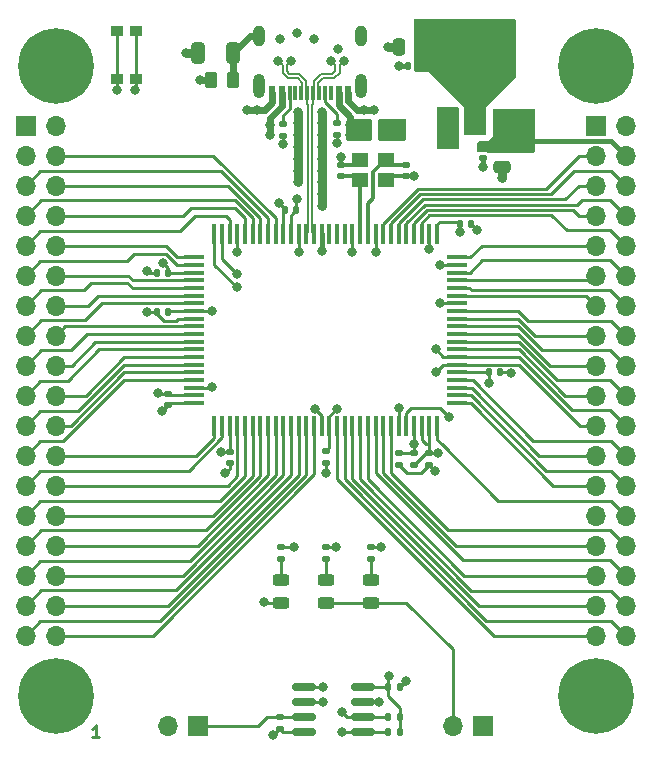
<source format=gbr>
%TF.GenerationSoftware,KiCad,Pcbnew,6.0.11-2627ca5db0~126~ubuntu20.04.1*%
%TF.CreationDate,2023-02-28T18:41:23+07:00*%
%TF.ProjectId,CY7C68013A-100,43593743-3638-4303-9133-412d3130302e,rev?*%
%TF.SameCoordinates,Original*%
%TF.FileFunction,Copper,L1,Top*%
%TF.FilePolarity,Positive*%
%FSLAX46Y46*%
G04 Gerber Fmt 4.6, Leading zero omitted, Abs format (unit mm)*
G04 Created by KiCad (PCBNEW 6.0.11-2627ca5db0~126~ubuntu20.04.1) date 2023-02-28 18:41:23*
%MOMM*%
%LPD*%
G01*
G04 APERTURE LIST*
G04 Aperture macros list*
%AMRoundRect*
0 Rectangle with rounded corners*
0 $1 Rounding radius*
0 $2 $3 $4 $5 $6 $7 $8 $9 X,Y pos of 4 corners*
0 Add a 4 corners polygon primitive as box body*
4,1,4,$2,$3,$4,$5,$6,$7,$8,$9,$2,$3,0*
0 Add four circle primitives for the rounded corners*
1,1,$1+$1,$2,$3*
1,1,$1+$1,$4,$5*
1,1,$1+$1,$6,$7*
1,1,$1+$1,$8,$9*
0 Add four rect primitives between the rounded corners*
20,1,$1+$1,$2,$3,$4,$5,0*
20,1,$1+$1,$4,$5,$6,$7,0*
20,1,$1+$1,$6,$7,$8,$9,0*
20,1,$1+$1,$8,$9,$2,$3,0*%
G04 Aperture macros list end*
%ADD10C,0.250000*%
%TA.AperFunction,NonConductor*%
%ADD11C,0.250000*%
%TD*%
%TA.AperFunction,SMDPad,CuDef*%
%ADD12RoundRect,0.243750X0.456250X-0.243750X0.456250X0.243750X-0.456250X0.243750X-0.456250X-0.243750X0*%
%TD*%
%TA.AperFunction,ComponentPad*%
%ADD13R,1.700000X1.700000*%
%TD*%
%TA.AperFunction,ComponentPad*%
%ADD14O,1.700000X1.700000*%
%TD*%
%TA.AperFunction,SMDPad,CuDef*%
%ADD15RoundRect,0.135000X-0.185000X0.135000X-0.185000X-0.135000X0.185000X-0.135000X0.185000X0.135000X0*%
%TD*%
%TA.AperFunction,ComponentPad*%
%ADD16C,0.800000*%
%TD*%
%TA.AperFunction,ComponentPad*%
%ADD17C,6.400000*%
%TD*%
%TA.AperFunction,SMDPad,CuDef*%
%ADD18RoundRect,0.135000X0.185000X-0.135000X0.185000X0.135000X-0.185000X0.135000X-0.185000X-0.135000X0*%
%TD*%
%TA.AperFunction,SMDPad,CuDef*%
%ADD19R,1.500000X2.000000*%
%TD*%
%TA.AperFunction,SMDPad,CuDef*%
%ADD20R,3.800000X2.000000*%
%TD*%
%TA.AperFunction,SMDPad,CuDef*%
%ADD21RoundRect,0.140000X0.140000X0.170000X-0.140000X0.170000X-0.140000X-0.170000X0.140000X-0.170000X0*%
%TD*%
%TA.AperFunction,SMDPad,CuDef*%
%ADD22R,1.000000X0.900000*%
%TD*%
%TA.AperFunction,SMDPad,CuDef*%
%ADD23R,0.600000X1.240000*%
%TD*%
%TA.AperFunction,SMDPad,CuDef*%
%ADD24R,0.300000X1.240000*%
%TD*%
%TA.AperFunction,ComponentPad*%
%ADD25O,1.000000X2.100000*%
%TD*%
%TA.AperFunction,ComponentPad*%
%ADD26O,1.000000X1.800000*%
%TD*%
%TA.AperFunction,SMDPad,CuDef*%
%ADD27RoundRect,0.250000X-0.475000X0.250000X-0.475000X-0.250000X0.475000X-0.250000X0.475000X0.250000X0*%
%TD*%
%TA.AperFunction,SMDPad,CuDef*%
%ADD28RoundRect,0.140000X-0.170000X0.140000X-0.170000X-0.140000X0.170000X-0.140000X0.170000X0.140000X0*%
%TD*%
%TA.AperFunction,SMDPad,CuDef*%
%ADD29RoundRect,0.250000X0.325000X0.650000X-0.325000X0.650000X-0.325000X-0.650000X0.325000X-0.650000X0*%
%TD*%
%TA.AperFunction,SMDPad,CuDef*%
%ADD30RoundRect,0.140000X-0.140000X-0.170000X0.140000X-0.170000X0.140000X0.170000X-0.140000X0.170000X0*%
%TD*%
%TA.AperFunction,SMDPad,CuDef*%
%ADD31RoundRect,0.135000X0.135000X0.185000X-0.135000X0.185000X-0.135000X-0.185000X0.135000X-0.185000X0*%
%TD*%
%TA.AperFunction,SMDPad,CuDef*%
%ADD32RoundRect,0.243750X0.243750X0.456250X-0.243750X0.456250X-0.243750X-0.456250X0.243750X-0.456250X0*%
%TD*%
%TA.AperFunction,SMDPad,CuDef*%
%ADD33RoundRect,0.250000X0.250000X0.475000X-0.250000X0.475000X-0.250000X-0.475000X0.250000X-0.475000X0*%
%TD*%
%TA.AperFunction,SMDPad,CuDef*%
%ADD34R,1.400000X1.200000*%
%TD*%
%TA.AperFunction,SMDPad,CuDef*%
%ADD35RoundRect,0.150000X-0.825000X-0.150000X0.825000X-0.150000X0.825000X0.150000X-0.825000X0.150000X0*%
%TD*%
%TA.AperFunction,SMDPad,CuDef*%
%ADD36RoundRect,0.250000X0.262500X0.450000X-0.262500X0.450000X-0.262500X-0.450000X0.262500X-0.450000X0*%
%TD*%
%TA.AperFunction,SMDPad,CuDef*%
%ADD37RoundRect,0.100000X-0.100000X0.775000X-0.100000X-0.775000X0.100000X-0.775000X0.100000X0.775000X0*%
%TD*%
%TA.AperFunction,SMDPad,CuDef*%
%ADD38RoundRect,0.100000X-0.775000X0.100000X-0.775000X-0.100000X0.775000X-0.100000X0.775000X0.100000X0*%
%TD*%
%TA.AperFunction,ViaPad*%
%ADD39C,0.800000*%
%TD*%
%TA.AperFunction,Conductor*%
%ADD40C,0.400000*%
%TD*%
%TA.AperFunction,Conductor*%
%ADD41C,0.250000*%
%TD*%
%TA.AperFunction,Conductor*%
%ADD42C,0.800000*%
%TD*%
%TA.AperFunction,Conductor*%
%ADD43C,0.600000*%
%TD*%
%TA.AperFunction,Conductor*%
%ADD44C,0.300000*%
%TD*%
%TA.AperFunction,Conductor*%
%ADD45C,0.150000*%
%TD*%
G04 APERTURE END LIST*
D10*
D11*
X117074914Y-131973580D02*
X116503485Y-131973580D01*
X116789200Y-131973580D02*
X116789200Y-130973580D01*
X116693961Y-131116438D01*
X116598723Y-131211676D01*
X116503485Y-131259295D01*
D12*
%TO.P,D3,1,K*%
%TO.N,Net-(D2-Pad1)*%
X140106400Y-120596900D03*
%TO.P,D3,2,A*%
%TO.N,Net-(D3-Pad2)*%
X140106400Y-118721900D03*
%TD*%
D13*
%TO.P,J3,1,Pin_1*%
%TO.N,GND*%
X149563932Y-131013200D03*
D14*
%TO.P,J3,2,Pin_2*%
%TO.N,Net-(D2-Pad1)*%
X147023932Y-131013200D03*
%TD*%
D15*
%TO.P,R1,1*%
%TO.N,/USB-Power/RST*%
X143720600Y-107920000D03*
%TO.P,R1,2*%
%TO.N,+3V3*%
X143720600Y-108940000D03*
%TD*%
D16*
%TO.P,H1,1,1*%
%TO.N,GND*%
X110980600Y-128468200D03*
X115780600Y-128468200D03*
X115077656Y-130165256D03*
D17*
X113380600Y-128468200D03*
D16*
X111683544Y-130165256D03*
X113380600Y-130868200D03*
X113380600Y-126068200D03*
X115077656Y-126771144D03*
X111683544Y-126771144D03*
%TD*%
D18*
%TO.P,R9,1*%
%TO.N,Net-(D3-Pad2)*%
X140106400Y-116918200D03*
%TO.P,R9,2*%
%TO.N,/GPIO/PE1*%
X140106400Y-115898200D03*
%TD*%
%TO.P,R10,1*%
%TO.N,GND*%
X132675000Y-81060000D03*
%TO.P,R10,2*%
%TO.N,Net-(J5-PadB5)*%
X132675000Y-80040000D03*
%TD*%
D12*
%TO.P,D1,1,K*%
%TO.N,GND*%
X132435600Y-120596900D03*
%TO.P,D1,2,A*%
%TO.N,Net-(D1-Pad2)*%
X132435600Y-118721900D03*
%TD*%
D19*
%TO.P,U3,1,GND*%
%TO.N,GND*%
X146594800Y-79832600D03*
D20*
%TO.P,U3,2,VO*%
%TO.N,+3V3*%
X148894800Y-73532600D03*
D19*
X148894800Y-79832600D03*
%TO.P,U3,3,VI*%
%TO.N,VBUS*%
X151194800Y-79832600D03*
%TD*%
D21*
%TO.P,C17,1*%
%TO.N,+3V3*%
X144170400Y-75158600D03*
%TO.P,C17,2*%
%TO.N,GND*%
X143210400Y-75158600D03*
%TD*%
D22*
%TO.P,SW1,1,1*%
%TO.N,/USB-Power/RST*%
X120154600Y-72194200D03*
X120154600Y-76294200D03*
%TO.P,SW1,2,2*%
%TO.N,GND*%
X118554600Y-72194200D03*
X118554600Y-76294200D03*
%TD*%
D23*
%TO.P,J5,A1,GND*%
%TO.N,GND*%
X138145600Y-77465000D03*
%TO.P,J5,A4,VBUS*%
%TO.N,/USB-Power/VUSB*%
X137345600Y-77465000D03*
D24*
%TO.P,J5,A5,CC1*%
%TO.N,Net-(J5-PadA5)*%
X136195600Y-77465000D03*
%TO.P,J5,A6,D+*%
%TO.N,/USB-Power/D+*%
X135195600Y-77465000D03*
%TO.P,J5,A7,D-*%
%TO.N,/USB-Power/D-*%
X134695600Y-77465000D03*
%TO.P,J5,A8,SBU1*%
%TO.N,unconnected-(J5-PadA8)*%
X133695600Y-77465000D03*
D23*
%TO.P,J5,A9,VBUS*%
%TO.N,/USB-Power/VUSB*%
X132545600Y-77465000D03*
%TO.P,J5,A12,GND*%
%TO.N,GND*%
X131745600Y-77465000D03*
%TO.P,J5,B1,GND*%
X131745600Y-77465000D03*
%TO.P,J5,B4,VBUS*%
%TO.N,/USB-Power/VUSB*%
X132545600Y-77465000D03*
D24*
%TO.P,J5,B5,CC2*%
%TO.N,Net-(J5-PadB5)*%
X133195600Y-77465000D03*
%TO.P,J5,B6,D+*%
%TO.N,/USB-Power/D+*%
X134195600Y-77465000D03*
%TO.P,J5,B7,D-*%
%TO.N,/USB-Power/D-*%
X135695600Y-77465000D03*
%TO.P,J5,B8,SBU2*%
%TO.N,unconnected-(J5-PadB8)*%
X136695600Y-77465000D03*
D23*
%TO.P,J5,B9,VBUS*%
%TO.N,/USB-Power/VUSB*%
X137345600Y-77465000D03*
%TO.P,J5,B12,GND*%
%TO.N,GND*%
X138145600Y-77465000D03*
D25*
%TO.P,J5,S1,SHIELD*%
%TO.N,/USB-Power/SHIELD*%
X130625600Y-76865000D03*
D26*
X130625600Y-72665000D03*
X139265600Y-72665000D03*
D25*
X139265600Y-76865000D03*
%TD*%
D18*
%TO.P,R7,1*%
%TO.N,GND*%
X137200000Y-81035000D03*
%TO.P,R7,2*%
%TO.N,Net-(J5-PadA5)*%
X137200000Y-80015000D03*
%TD*%
D27*
%TO.P,C15,1*%
%TO.N,VBUS*%
X151180800Y-81803200D03*
%TO.P,C15,2*%
%TO.N,GND*%
X151180800Y-83703200D03*
%TD*%
D28*
%TO.P,C6,1*%
%TO.N,+3V3*%
X136245600Y-107797400D03*
%TO.P,C6,2*%
%TO.N,GND*%
X136245600Y-108757400D03*
%TD*%
D15*
%TO.P,R6,1*%
%TO.N,+3V3*%
X132435600Y-115872800D03*
%TO.P,R6,2*%
%TO.N,Net-(D1-Pad2)*%
X132435600Y-116892800D03*
%TD*%
D21*
%TO.P,C11,1*%
%TO.N,+3V3*%
X122936000Y-92656400D03*
%TO.P,C11,2*%
%TO.N,GND*%
X121976000Y-92656400D03*
%TD*%
D29*
%TO.P,C5,1*%
%TO.N,/USB-Power/SHIELD*%
X128375000Y-74100000D03*
%TO.P,C5,2*%
%TO.N,GND*%
X125425000Y-74100000D03*
%TD*%
D30*
%TO.P,C12,1*%
%TO.N,+3V3*%
X147602000Y-88516200D03*
%TO.P,C12,2*%
%TO.N,GND*%
X148562000Y-88516200D03*
%TD*%
D13*
%TO.P,J4,1,Pin_1*%
%TO.N,Net-(J4-Pad1)*%
X125477266Y-131013200D03*
D14*
%TO.P,J4,2,Pin_2*%
%TO.N,+3V3*%
X122937266Y-131013200D03*
%TD*%
D28*
%TO.P,C10,1*%
%TO.N,+3V3*%
X122936000Y-102920600D03*
%TO.P,C10,2*%
%TO.N,GND*%
X122936000Y-103880600D03*
%TD*%
%TO.P,C14,1*%
%TO.N,+3V3*%
X128117600Y-107845600D03*
%TO.P,C14,2*%
%TO.N,GND*%
X128117600Y-108805600D03*
%TD*%
D31*
%TO.P,R2,1*%
%TO.N,+3V3*%
X142559600Y-131545800D03*
%TO.P,R2,2*%
%TO.N,/USB-Power/SDA*%
X141539600Y-131545800D03*
%TD*%
D30*
%TO.P,C7,1*%
%TO.N,+3V3*%
X150091200Y-101114600D03*
%TO.P,C7,2*%
%TO.N,GND*%
X151051200Y-101114600D03*
%TD*%
D28*
%TO.P,C13,1*%
%TO.N,+3V3*%
X145020600Y-107950000D03*
%TO.P,C13,2*%
%TO.N,GND*%
X145020600Y-108910000D03*
%TD*%
D16*
%TO.P,H4,1,1*%
%TO.N,GND*%
X157403544Y-126771144D03*
X161500600Y-128468200D03*
X159100600Y-126068200D03*
X157403544Y-130165256D03*
X156700600Y-128468200D03*
X160797656Y-126771144D03*
X159100600Y-130868200D03*
X160797656Y-130165256D03*
D17*
X159100600Y-128468200D03*
%TD*%
D28*
%TO.P,C2,1*%
%TO.N,/USB-Power/RST*%
X142420600Y-107952800D03*
%TO.P,C2,2*%
%TO.N,GND*%
X142420600Y-108912800D03*
%TD*%
D32*
%TO.P,F1,1*%
%TO.N,VBUS*%
X141350000Y-80575000D03*
%TO.P,F1,2*%
%TO.N,/USB-Power/VUSB*%
X139475000Y-80575000D03*
%TD*%
D33*
%TO.P,C18,1*%
%TO.N,+3V3*%
X144383800Y-73533000D03*
%TO.P,C18,2*%
%TO.N,GND*%
X142483800Y-73533000D03*
%TD*%
D21*
%TO.P,C8,1*%
%TO.N,+3V3*%
X122933400Y-95958400D03*
%TO.P,C8,2*%
%TO.N,GND*%
X121973400Y-95958400D03*
%TD*%
D28*
%TO.P,C16,1*%
%TO.N,VBUS*%
X149529800Y-82016600D03*
%TO.P,C16,2*%
%TO.N,GND*%
X149529800Y-82976600D03*
%TD*%
D15*
%TO.P,R5,1*%
%TO.N,Net-(J4-Pad1)*%
X132373600Y-130295800D03*
%TO.P,R5,2*%
%TO.N,GND*%
X132373600Y-131315800D03*
%TD*%
D34*
%TO.P,Y1,1,1*%
%TO.N,Net-(C4-Pad1)*%
X141370600Y-83147800D03*
%TO.P,Y1,2,2*%
%TO.N,GND*%
X139170600Y-83147800D03*
%TO.P,Y1,3,3*%
%TO.N,Net-(C3-Pad2)*%
X139170600Y-84847800D03*
%TO.P,Y1,4,4*%
%TO.N,GND*%
X141370600Y-84847800D03*
%TD*%
D21*
%TO.P,C9,1*%
%TO.N,+3V3*%
X133779200Y-87347800D03*
%TO.P,C9,2*%
%TO.N,GND*%
X132819200Y-87347800D03*
%TD*%
D28*
%TO.P,C3,1*%
%TO.N,GND*%
X137541000Y-83517800D03*
%TO.P,C3,2*%
%TO.N,Net-(C3-Pad2)*%
X137541000Y-84477800D03*
%TD*%
D16*
%TO.P,H2,1,1*%
%TO.N,GND*%
X115077656Y-76825256D03*
X113380600Y-72728200D03*
X115077656Y-73431144D03*
D17*
X113380600Y-75128200D03*
D16*
X115780600Y-75128200D03*
X113380600Y-77528200D03*
X111683544Y-76825256D03*
X111683544Y-73431144D03*
X110980600Y-75128200D03*
%TD*%
D30*
%TO.P,C1,1*%
%TO.N,+3V3*%
X141569600Y-127745800D03*
%TO.P,C1,2*%
%TO.N,GND*%
X142529600Y-127745800D03*
%TD*%
D31*
%TO.P,R3,1*%
%TO.N,+3V3*%
X142559600Y-130270800D03*
%TO.P,R3,2*%
%TO.N,/USB-Power/SCL*%
X141539600Y-130270800D03*
%TD*%
D16*
%TO.P,H3,1,1*%
%TO.N,GND*%
X157403544Y-76825256D03*
D17*
X159100600Y-75128200D03*
D16*
X160797656Y-76825256D03*
X159100600Y-77528200D03*
X156700600Y-75128200D03*
X161500600Y-75128200D03*
X157403544Y-73431144D03*
X160797656Y-73431144D03*
X159100600Y-72728200D03*
%TD*%
D13*
%TO.P,J1,1,Pin_1*%
%TO.N,GND*%
X159100600Y-80208200D03*
D14*
%TO.P,J1,2,Pin_2*%
X161640600Y-80208200D03*
%TO.P,J1,3,Pin_3*%
%TO.N,/GPIO/RDY.5*%
X159100600Y-82748200D03*
%TO.P,J1,4,Pin_4*%
%TO.N,VBUS*%
X161640600Y-82748200D03*
%TO.P,J1,5,Pin_5*%
%TO.N,/GPIO/RDY.3*%
X159100600Y-85288200D03*
%TO.P,J1,6,Pin_6*%
%TO.N,/GPIO/RDY.4*%
X161640600Y-85288200D03*
%TO.P,J1,7,Pin_7*%
%TO.N,/GPIO/RDY.1{slash}SLWR*%
X159100600Y-87828200D03*
%TO.P,J1,8,Pin_8*%
%TO.N,/GPIO/RDY.2*%
X161640600Y-87828200D03*
%TO.P,J1,9,Pin_9*%
%TO.N,/GPIO/CLKOUT*%
X159100600Y-90368200D03*
%TO.P,J1,10,Pin_10*%
%TO.N,/GPIO/RDY.0{slash}SLRD*%
X161640600Y-90368200D03*
%TO.P,J1,11,Pin_11*%
%TO.N,/GPIO/PD6*%
X159100600Y-92908200D03*
%TO.P,J1,12,Pin_12*%
%TO.N,/GPIO/PD7*%
X161640600Y-92908200D03*
%TO.P,J1,13,Pin_13*%
%TO.N,/GPIO/PD4*%
X159100600Y-95448200D03*
%TO.P,J1,14,Pin_14*%
%TO.N,/GPIO/PD5*%
X161640600Y-95448200D03*
%TO.P,J1,15,Pin_15*%
%TO.N,/GPIO/PE6*%
X159100600Y-97988200D03*
%TO.P,J1,16,Pin_16*%
%TO.N,/GPIO/PE7*%
X161640600Y-97988200D03*
%TO.P,J1,17,Pin_17*%
%TO.N,/GPIO/PE4*%
X159100600Y-100528200D03*
%TO.P,J1,18,Pin_18*%
%TO.N,/GPIO/PE5*%
X161640600Y-100528200D03*
%TO.P,J1,19,Pin_19*%
%TO.N,/GPIO/PE2*%
X159100600Y-103068200D03*
%TO.P,J1,20,Pin_20*%
%TO.N,/GPIO/PE3*%
X161640600Y-103068200D03*
%TO.P,J1,21,Pin_21*%
%TO.N,/GPIO/PE0*%
X159100600Y-105608200D03*
%TO.P,J1,22,Pin_22*%
%TO.N,/GPIO/PE1*%
X161640600Y-105608200D03*
%TO.P,J1,23,Pin_23*%
%TO.N,/GPIO/PD3*%
X159100600Y-108148200D03*
%TO.P,J1,24,Pin_24*%
%TO.N,/GPIO/~{INT5}*%
X161640600Y-108148200D03*
%TO.P,J1,25,Pin_25*%
%TO.N,/GPIO/PD1*%
X159100600Y-110688200D03*
%TO.P,J1,26,Pin_26*%
%TO.N,/GPIO/PD2*%
X161640600Y-110688200D03*
%TO.P,J1,27,Pin_27*%
%TO.N,/GPIO/CTL.5*%
X159100600Y-113228200D03*
%TO.P,J1,28,Pin_28*%
%TO.N,/GPIO/PD0*%
X161640600Y-113228200D03*
%TO.P,J1,29,Pin_29*%
%TO.N,/GPIO/PA6*%
X159100600Y-115768200D03*
%TO.P,J1,30,Pin_30*%
%TO.N,/GPIO/PA7*%
X161640600Y-115768200D03*
%TO.P,J1,31,Pin_31*%
%TO.N,/GPIO/PA4*%
X159100600Y-118308200D03*
%TO.P,J1,32,Pin_32*%
%TO.N,/GPIO/PA5*%
X161640600Y-118308200D03*
%TO.P,J1,33,Pin_33*%
%TO.N,/GPIO/PA2*%
X159100600Y-120848200D03*
%TO.P,J1,34,Pin_34*%
%TO.N,/GPIO/PA3*%
X161640600Y-120848200D03*
%TO.P,J1,35,Pin_35*%
%TO.N,/GPIO/PA0*%
X159100600Y-123388200D03*
%TO.P,J1,36,Pin_36*%
%TO.N,/GPIO/PA1*%
X161640600Y-123388200D03*
%TD*%
D35*
%TO.P,U1,1,A0*%
%TO.N,GND*%
X134445200Y-127736600D03*
%TO.P,U1,2,A1*%
X134445200Y-129006600D03*
%TO.P,U1,3,A2*%
%TO.N,Net-(J4-Pad1)*%
X134445200Y-130276600D03*
%TO.P,U1,4,GND*%
%TO.N,GND*%
X134445200Y-131546600D03*
%TO.P,U1,5,SDA*%
%TO.N,/USB-Power/SDA*%
X139395200Y-131546600D03*
%TO.P,U1,6,SCL*%
%TO.N,/USB-Power/SCL*%
X139395200Y-130276600D03*
%TO.P,U1,7,WP*%
%TO.N,GND*%
X139395200Y-129006600D03*
%TO.P,U1,8,VCC*%
%TO.N,+3V3*%
X139395200Y-127736600D03*
%TD*%
D12*
%TO.P,D2,1,K*%
%TO.N,Net-(D2-Pad1)*%
X136271000Y-120596900D03*
%TO.P,D2,2,A*%
%TO.N,Net-(D2-Pad2)*%
X136271000Y-118721900D03*
%TD*%
D18*
%TO.P,R8,1*%
%TO.N,Net-(D2-Pad2)*%
X136271000Y-116918200D03*
%TO.P,R8,2*%
%TO.N,/GPIO/PE0*%
X136271000Y-115898200D03*
%TD*%
D36*
%TO.P,R4,1*%
%TO.N,/USB-Power/SHIELD*%
X128373100Y-76335200D03*
%TO.P,R4,2*%
%TO.N,GND*%
X126548100Y-76335200D03*
%TD*%
D37*
%TO.P,U2,1,VCC*%
%TO.N,+3V3*%
X145670600Y-89408200D03*
%TO.P,U2,2,GND*%
%TO.N,GND*%
X145020600Y-89408200D03*
%TO.P,U2,3,RDY0/SLRD*%
%TO.N,/GPIO/RDY.0{slash}SLRD*%
X144370600Y-89408200D03*
%TO.P,U2,4,RDY1/SLWR*%
%TO.N,/GPIO/RDY.1{slash}SLWR*%
X143720600Y-89408200D03*
%TO.P,U2,5,RDY2*%
%TO.N,/GPIO/RDY.2*%
X143070600Y-89408200D03*
%TO.P,U2,6,RDY3*%
%TO.N,/GPIO/RDY.3*%
X142420600Y-89408200D03*
%TO.P,U2,7,RDY4*%
%TO.N,/GPIO/RDY.4*%
X141770600Y-89408200D03*
%TO.P,U2,8,RDY5*%
%TO.N,/GPIO/RDY.5*%
X141120600Y-89408200D03*
%TO.P,U2,9,AVCC*%
%TO.N,+3V3*%
X140470600Y-89408200D03*
%TO.P,U2,10,XTALOUT*%
%TO.N,Net-(C4-Pad1)*%
X139820600Y-89408200D03*
%TO.P,U2,11,XTALIN*%
%TO.N,Net-(C3-Pad2)*%
X139170600Y-89408200D03*
%TO.P,U2,12,AGND*%
%TO.N,GND*%
X138520600Y-89408200D03*
%TO.P,U2,13,NC*%
%TO.N,unconnected-(U2-Pad13)*%
X137870600Y-89408200D03*
%TO.P,U2,14,NC*%
%TO.N,unconnected-(U2-Pad14)*%
X137220600Y-89408200D03*
%TO.P,U2,15,NC*%
%TO.N,unconnected-(U2-Pad15)*%
X136570600Y-89408200D03*
%TO.P,U2,16,AVCC*%
%TO.N,+3V3*%
X135920600Y-89408200D03*
%TO.P,U2,17,DPLUS*%
%TO.N,/USB-Power/D+*%
X135270600Y-89408200D03*
%TO.P,U2,18,DMINUS*%
%TO.N,/USB-Power/D-*%
X134620600Y-89408200D03*
%TO.P,U2,19,AGND*%
%TO.N,GND*%
X133970600Y-89408200D03*
%TO.P,U2,20,VCC*%
%TO.N,+3V3*%
X133320600Y-89408200D03*
%TO.P,U2,21,GND*%
%TO.N,GND*%
X132670600Y-89408200D03*
%TO.P,U2,22,INT4*%
%TO.N,/GPIO/INT4*%
X132020600Y-89408200D03*
%TO.P,U2,23,T0*%
%TO.N,/GPIO/T.0*%
X131370600Y-89408200D03*
%TO.P,U2,24,T1*%
%TO.N,/GPIO/T.1*%
X130720600Y-89408200D03*
%TO.P,U2,25,T2*%
%TO.N,/GPIO/T.2*%
X130070600Y-89408200D03*
%TO.P,U2,26,IFCLK*%
%TO.N,/GPIO/IFCLK*%
X129420600Y-89408200D03*
%TO.P,U2,27,RESERVED*%
%TO.N,GND*%
X128770600Y-89408200D03*
%TO.P,U2,28,BKPT*%
%TO.N,/GPIO/BKPT*%
X128120600Y-89408200D03*
%TO.P,U2,29,SCL*%
%TO.N,/USB-Power/SCL*%
X127470600Y-89408200D03*
%TO.P,U2,30,SDA*%
%TO.N,/USB-Power/SDA*%
X126820600Y-89408200D03*
D38*
%TO.P,U2,31,RD#*%
%TO.N,/GPIO/~{RD}*%
X125120600Y-91358200D03*
%TO.P,U2,32,WR#*%
%TO.N,/GPIO/~{WR}*%
X125120600Y-92008200D03*
%TO.P,U2,33,VCC*%
%TO.N,+3V3*%
X125120600Y-92658200D03*
%TO.P,U2,34,PB0/FD[0]*%
%TO.N,/GPIO/PB0*%
X125120600Y-93308200D03*
%TO.P,U2,35,PB1/FD[1]*%
%TO.N,/GPIO/PB1*%
X125120600Y-93958200D03*
%TO.P,U2,36,PB2/FD[2]*%
%TO.N,/GPIO/PB2*%
X125120600Y-94608200D03*
%TO.P,U2,37,PB3/FD[3]*%
%TO.N,/GPIO/PB3*%
X125120600Y-95258200D03*
%TO.P,U2,38,VCC*%
%TO.N,+3V3*%
X125120600Y-95908200D03*
%TO.P,U2,39,GND*%
%TO.N,GND*%
X125120600Y-96558200D03*
%TO.P,U2,40,TXD0*%
%TO.N,/USB-Power/TXD0*%
X125120600Y-97208200D03*
%TO.P,U2,41,RXD0*%
%TO.N,/USB-Power/RXD0*%
X125120600Y-97858200D03*
%TO.P,U2,42,TXD1*%
%TO.N,/USB-Power/TXD1*%
X125120600Y-98508200D03*
%TO.P,U2,43,RXD1*%
%TO.N,/USB-Power/RXD1*%
X125120600Y-99158200D03*
%TO.P,U2,44,PB4/FD[4]*%
%TO.N,/GPIO/PB4*%
X125120600Y-99808200D03*
%TO.P,U2,45,PB5/FD[5]*%
%TO.N,/GPIO/PB5*%
X125120600Y-100458200D03*
%TO.P,U2,46,PB6/FD[6]*%
%TO.N,/GPIO/PB6*%
X125120600Y-101108200D03*
%TO.P,U2,47,PB7/FD[7]*%
%TO.N,/GPIO/PB7*%
X125120600Y-101758200D03*
%TO.P,U2,48,GND*%
%TO.N,GND*%
X125120600Y-102408200D03*
%TO.P,U2,49,VCC*%
%TO.N,+3V3*%
X125120600Y-103058200D03*
%TO.P,U2,50,GND*%
%TO.N,GND*%
X125120600Y-103708200D03*
D37*
%TO.P,U2,51,CTL3*%
%TO.N,/GPIO/CTL.3*%
X126820600Y-105658200D03*
%TO.P,U2,52,CTL4*%
%TO.N,/GPIO/CTL.4*%
X127470600Y-105658200D03*
%TO.P,U2,53,VCC*%
%TO.N,+3V3*%
X128120600Y-105658200D03*
%TO.P,U2,54,CTL0/FLAGA*%
%TO.N,/GPIO/CTL.0{slash}FLAGA*%
X128770600Y-105658200D03*
%TO.P,U2,55,CTL1/FLAGB*%
%TO.N,/GPIO/CTL.1{slash}FLAGB*%
X129420600Y-105658200D03*
%TO.P,U2,56,CTL2/FLAGC*%
%TO.N,/GPIO/CTL.2{slash}FLAGC*%
X130070600Y-105658200D03*
%TO.P,U2,57,PC0/GPIFADR0*%
%TO.N,/GPIO/PC0*%
X130720600Y-105658200D03*
%TO.P,U2,58,PC1/GPIFADR1*%
%TO.N,/GPIO/PC1*%
X131370600Y-105658200D03*
%TO.P,U2,59,PC2/GPIFADR2*%
%TO.N,/GPIO/PC2*%
X132020600Y-105658200D03*
%TO.P,U2,60,PC3/GPIFADR3*%
%TO.N,/GPIO/PC3*%
X132670600Y-105658200D03*
%TO.P,U2,61,PC4/GPIFADR4*%
%TO.N,/GPIO/PC4*%
X133320600Y-105658200D03*
%TO.P,U2,62,PC5/GPIFADR5*%
%TO.N,/GPIO/PC5*%
X133970600Y-105658200D03*
%TO.P,U2,63,PC6/GPIFADR6*%
%TO.N,/GPIO/PC6*%
X134620600Y-105658200D03*
%TO.P,U2,64,PC7/GPIFADR7*%
%TO.N,/GPIO/PC7*%
X135270600Y-105658200D03*
%TO.P,U2,65,GND*%
%TO.N,GND*%
X135920600Y-105658200D03*
%TO.P,U2,66,VCC*%
%TO.N,+3V3*%
X136570600Y-105658200D03*
%TO.P,U2,67,PA0/INT0#*%
%TO.N,/GPIO/PA0*%
X137220600Y-105658200D03*
%TO.P,U2,68,PA1/INT1#*%
%TO.N,/GPIO/PA1*%
X137870600Y-105658200D03*
%TO.P,U2,69,PA2/SLOE*%
%TO.N,/GPIO/PA2*%
X138520600Y-105658200D03*
%TO.P,U2,70,PA3/WU2*%
%TO.N,/GPIO/PA3*%
X139170600Y-105658200D03*
%TO.P,U2,71,PA4/FIFOADR0*%
%TO.N,/GPIO/PA4*%
X139820600Y-105658200D03*
%TO.P,U2,72,PA5/FIFOADR1*%
%TO.N,/GPIO/PA5*%
X140470600Y-105658200D03*
%TO.P,U2,73,PA6/PKTEND*%
%TO.N,/GPIO/PA6*%
X141120600Y-105658200D03*
%TO.P,U2,74,PA7/FLAGD/SLCS#*%
%TO.N,/GPIO/PA7*%
X141770600Y-105658200D03*
%TO.P,U2,75,GND*%
%TO.N,GND*%
X142420600Y-105658200D03*
%TO.P,U2,76,CTL5*%
%TO.N,/GPIO/CTL.5*%
X143070600Y-105658200D03*
%TO.P,U2,77,RESET#*%
%TO.N,/USB-Power/RST*%
X143720600Y-105658200D03*
%TO.P,U2,78,VCC*%
%TO.N,+3V3*%
X144370600Y-105658200D03*
%TO.P,U2,79,WAKEUP*%
X145020600Y-105658200D03*
%TO.P,U2,80,PD0/FD[8]*%
%TO.N,/GPIO/PD0*%
X145670600Y-105658200D03*
D38*
%TO.P,U2,81,PD1/FD[9]*%
%TO.N,/GPIO/PD1*%
X147370600Y-103708200D03*
%TO.P,U2,82,PD2/FD[10]*%
%TO.N,/GPIO/PD2*%
X147370600Y-103058200D03*
%TO.P,U2,83,PD3/FD[11]*%
%TO.N,/GPIO/PD3*%
X147370600Y-102408200D03*
%TO.P,U2,84,INT5#*%
%TO.N,/GPIO/~{INT5}*%
X147370600Y-101758200D03*
%TO.P,U2,85,VCC*%
%TO.N,+3V3*%
X147370600Y-101108200D03*
%TO.P,U2,86,PE0/T0OUT*%
%TO.N,/GPIO/PE0*%
X147370600Y-100458200D03*
%TO.P,U2,87,PE1/T1OUT*%
%TO.N,/GPIO/PE1*%
X147370600Y-99808200D03*
%TO.P,U2,88,PE2/T2OUT*%
%TO.N,/GPIO/PE2*%
X147370600Y-99158200D03*
%TO.P,U2,89,PE3/RXD0OUT*%
%TO.N,/GPIO/PE3*%
X147370600Y-98508200D03*
%TO.P,U2,90,PE4/RXD1OUT*%
%TO.N,/GPIO/PE4*%
X147370600Y-97858200D03*
%TO.P,U2,91,PE5/INT6*%
%TO.N,/GPIO/PE5*%
X147370600Y-97208200D03*
%TO.P,U2,92,PE6/T2EX*%
%TO.N,/GPIO/PE6*%
X147370600Y-96558200D03*
%TO.P,U2,93,PE7/GPIFADR8*%
%TO.N,/GPIO/PE7*%
X147370600Y-95908200D03*
%TO.P,U2,94,GND*%
%TO.N,GND*%
X147370600Y-95258200D03*
%TO.P,U2,95,PD4/FD[12]*%
%TO.N,/GPIO/PD4*%
X147370600Y-94608200D03*
%TO.P,U2,96,PD5/FD[13]*%
%TO.N,/GPIO/PD5*%
X147370600Y-93958200D03*
%TO.P,U2,97,PD6/FD[14]*%
%TO.N,/GPIO/PD6*%
X147370600Y-93308200D03*
%TO.P,U2,98,PD7/FD[15]*%
%TO.N,/GPIO/PD7*%
X147370600Y-92658200D03*
%TO.P,U2,99,GND*%
%TO.N,GND*%
X147370600Y-92008200D03*
%TO.P,U2,100,CLKOUT*%
%TO.N,/GPIO/CLKOUT*%
X147370600Y-91358200D03*
%TD*%
D13*
%TO.P,J2,1,Pin_1*%
%TO.N,GND*%
X110840600Y-80208200D03*
D14*
%TO.P,J2,2,Pin_2*%
X113380600Y-80208200D03*
%TO.P,J2,3,Pin_3*%
%TO.N,+3V3*%
X110840600Y-82748200D03*
%TO.P,J2,4,Pin_4*%
%TO.N,/GPIO/INT4*%
X113380600Y-82748200D03*
%TO.P,J2,5,Pin_5*%
%TO.N,/GPIO/T.0*%
X110840600Y-85288200D03*
%TO.P,J2,6,Pin_6*%
%TO.N,/GPIO/T.1*%
X113380600Y-85288200D03*
%TO.P,J2,7,Pin_7*%
%TO.N,/GPIO/T.2*%
X110840600Y-87828200D03*
%TO.P,J2,8,Pin_8*%
%TO.N,/GPIO/IFCLK*%
X113380600Y-87828200D03*
%TO.P,J2,9,Pin_9*%
%TO.N,/GPIO/BKPT*%
X110840600Y-90368200D03*
%TO.P,J2,10,Pin_10*%
%TO.N,/GPIO/~{RD}*%
X113380600Y-90368200D03*
%TO.P,J2,11,Pin_11*%
%TO.N,/GPIO/~{WR}*%
X110840600Y-92908200D03*
%TO.P,J2,12,Pin_12*%
%TO.N,/GPIO/PB0*%
X113380600Y-92908200D03*
%TO.P,J2,13,Pin_13*%
%TO.N,/GPIO/PB1*%
X110840600Y-95448200D03*
%TO.P,J2,14,Pin_14*%
%TO.N,/GPIO/PB2*%
X113380600Y-95448200D03*
%TO.P,J2,15,Pin_15*%
%TO.N,/GPIO/PB3*%
X110840600Y-97988200D03*
%TO.P,J2,16,Pin_16*%
%TO.N,/USB-Power/TXD0*%
X113380600Y-97988200D03*
%TO.P,J2,17,Pin_17*%
%TO.N,/USB-Power/RXD0*%
X110840600Y-100528200D03*
%TO.P,J2,18,Pin_18*%
%TO.N,/USB-Power/TXD1*%
X113380600Y-100528200D03*
%TO.P,J2,19,Pin_19*%
%TO.N,/USB-Power/RXD1*%
X110840600Y-103068200D03*
%TO.P,J2,20,Pin_20*%
%TO.N,/GPIO/PB4*%
X113380600Y-103068200D03*
%TO.P,J2,21,Pin_21*%
%TO.N,/GPIO/PB5*%
X110840600Y-105608200D03*
%TO.P,J2,22,Pin_22*%
%TO.N,/GPIO/PB6*%
X113380600Y-105608200D03*
%TO.P,J2,23,Pin_23*%
%TO.N,/GPIO/PB7*%
X110840600Y-108148200D03*
%TO.P,J2,24,Pin_24*%
%TO.N,/GPIO/CTL.3*%
X113380600Y-108148200D03*
%TO.P,J2,25,Pin_25*%
%TO.N,/GPIO/CTL.4*%
X110840600Y-110688200D03*
%TO.P,J2,26,Pin_26*%
%TO.N,/GPIO/CTL.0{slash}FLAGA*%
X113380600Y-110688200D03*
%TO.P,J2,27,Pin_27*%
%TO.N,/GPIO/CTL.1{slash}FLAGB*%
X110840600Y-113228200D03*
%TO.P,J2,28,Pin_28*%
%TO.N,/GPIO/CTL.2{slash}FLAGC*%
X113380600Y-113228200D03*
%TO.P,J2,29,Pin_29*%
%TO.N,/GPIO/PC0*%
X110840600Y-115768200D03*
%TO.P,J2,30,Pin_30*%
%TO.N,/GPIO/PC1*%
X113380600Y-115768200D03*
%TO.P,J2,31,Pin_31*%
%TO.N,/GPIO/PC2*%
X110840600Y-118308200D03*
%TO.P,J2,32,Pin_32*%
%TO.N,/GPIO/PC3*%
X113380600Y-118308200D03*
%TO.P,J2,33,Pin_33*%
%TO.N,/GPIO/PC4*%
X110840600Y-120848200D03*
%TO.P,J2,34,Pin_34*%
%TO.N,/GPIO/PC5*%
X113380600Y-120848200D03*
%TO.P,J2,35,Pin_35*%
%TO.N,/GPIO/PC6*%
X110840600Y-123388200D03*
%TO.P,J2,36,Pin_36*%
%TO.N,/GPIO/PC7*%
X113380600Y-123388200D03*
%TD*%
D28*
%TO.P,C4,1*%
%TO.N,Net-(C4-Pad1)*%
X143052800Y-83517800D03*
%TO.P,C4,2*%
%TO.N,GND*%
X143052800Y-84477800D03*
%TD*%
D39*
%TO.N,+3V3*%
X151494800Y-72982600D03*
X147354800Y-71982600D03*
X135925000Y-90825000D03*
X151494800Y-73982600D03*
X150088600Y-102029000D03*
X127381000Y-107848400D03*
X133841503Y-86408000D03*
X137210800Y-104165400D03*
X147599400Y-89227400D03*
X126593600Y-95882200D03*
X141574600Y-126820800D03*
X133578600Y-115874800D03*
X146319800Y-71982600D03*
X148389800Y-71982600D03*
X140475000Y-90875000D03*
X145745200Y-107924600D03*
X122021600Y-102892600D03*
X150459800Y-71982600D03*
X122459689Y-91831618D03*
X146319800Y-73982600D03*
X151494800Y-71982600D03*
X146319800Y-72982600D03*
X149424800Y-71982600D03*
%TO.N,GND*%
X146075400Y-81610200D03*
X135975000Y-83025000D03*
X136024600Y-127745800D03*
X133800000Y-72400000D03*
X128752600Y-90878400D03*
X135975000Y-85025000D03*
X121081800Y-92554800D03*
X132308600Y-86791800D03*
X141554200Y-73533000D03*
X135975000Y-81025000D03*
X133925000Y-81025000D03*
X135975000Y-79025000D03*
X133925000Y-82025000D03*
X136245600Y-109598200D03*
X131013200Y-120573800D03*
X131749800Y-131826000D03*
X145542000Y-109448600D03*
X149098000Y-89052400D03*
X118541800Y-77216000D03*
X133925000Y-80025000D03*
X133985000Y-90878400D03*
X138506200Y-90903800D03*
X129625000Y-78925000D03*
X135300000Y-72900000D03*
X147116800Y-81610200D03*
X137200000Y-81725000D03*
X137300000Y-73750000D03*
X145034000Y-90700600D03*
X121081800Y-95982700D03*
X140350000Y-78925000D03*
X140792200Y-129006600D03*
X132350000Y-72900000D03*
X124412600Y-74100000D03*
X151180800Y-84632800D03*
X139500000Y-78925000D03*
X130475000Y-78925000D03*
X143078200Y-127203200D03*
X122402600Y-104394000D03*
X135975000Y-87025000D03*
X125631800Y-76335200D03*
X126619000Y-102384600D03*
X142494000Y-75158600D03*
X133925000Y-84025000D03*
X143764000Y-84455000D03*
X127736600Y-109649000D03*
X137541000Y-82829400D03*
X135975000Y-80025000D03*
X145897600Y-95247200D03*
X135975000Y-82025000D03*
X135999600Y-128995800D03*
X133925000Y-79025000D03*
X133925000Y-83025000D03*
X133925000Y-85025000D03*
X135975000Y-84025000D03*
X135975000Y-86025000D03*
X151942800Y-101182700D03*
X149529800Y-83718400D03*
X132675000Y-81750000D03*
X135305800Y-104183700D03*
X142417800Y-104137200D03*
X145897600Y-91996000D03*
%TO.N,/USB-Power/RST*%
X143713200Y-107162600D03*
X120142000Y-77165200D03*
%TO.N,VBUS*%
X153035000Y-79857600D03*
X142550000Y-80975000D03*
X153060400Y-81153000D03*
X142550000Y-80125000D03*
%TO.N,/USB-Power/D-*%
X133301673Y-74712609D03*
X137772588Y-74723804D03*
%TO.N,/USB-Power/D+*%
X136722588Y-74723804D03*
X132251673Y-74712609D03*
%TO.N,/USB-Power/SDA*%
X137617200Y-131546600D03*
X128725000Y-93900000D03*
%TO.N,/USB-Power/SCL*%
X137617200Y-129870200D03*
X128750000Y-92775000D03*
%TO.N,/GPIO/CTL.5*%
X146685000Y-104848400D03*
%TO.N,/GPIO/PE0*%
X137083800Y-115900200D03*
X145567400Y-101092000D03*
%TO.N,/GPIO/PE1*%
X140919200Y-115900200D03*
X145567400Y-99161600D03*
%TO.N,/USB-Power/VUSB*%
X131575000Y-80975000D03*
X131575000Y-80150000D03*
X138350000Y-81000000D03*
X138350000Y-80150000D03*
%TD*%
D40*
%TO.N,VBUS*%
X161640600Y-82748200D02*
X160375600Y-81483200D01*
X160375600Y-81483200D02*
X153390600Y-81483200D01*
X153390600Y-81483200D02*
X153060400Y-81153000D01*
D41*
%TO.N,/GPIO/PD3*%
X147370600Y-102408200D02*
X148613600Y-102408200D01*
X148613600Y-102408200D02*
X148613600Y-102411000D01*
X148613600Y-102411000D02*
X154350800Y-108148200D01*
X154350800Y-108148200D02*
X159100600Y-108148200D01*
%TO.N,/GPIO/PD0*%
X146083811Y-107202188D02*
X150844822Y-111963200D01*
X150844822Y-111963200D02*
X160375600Y-111963200D01*
X160375600Y-111963200D02*
X161640600Y-113228200D01*
%TO.N,/GPIO/PC6*%
X110840600Y-123388200D02*
X112105600Y-122123200D01*
X112105600Y-122123200D02*
X122257928Y-122123200D01*
X122257928Y-122123200D02*
X134620600Y-109760529D01*
X134620600Y-109760529D02*
X134620600Y-105658200D01*
D42*
%TO.N,GND*%
X135975000Y-79025000D02*
X135975000Y-87025000D01*
X133925000Y-79025000D02*
X133925000Y-85025000D01*
D41*
%TO.N,+3V3*%
X140470600Y-89408200D02*
X140470600Y-90870600D01*
X122936000Y-92656400D02*
X122936000Y-92307929D01*
X147370600Y-101108200D02*
X150084800Y-101108200D01*
X141569600Y-127745800D02*
X141569600Y-126825800D01*
X136570600Y-105658200D02*
X136570600Y-104805600D01*
D40*
X135920600Y-89408200D02*
X135920600Y-90820600D01*
D41*
X141569600Y-127745800D02*
X139404400Y-127745800D01*
X136570600Y-104805600D02*
X137210800Y-104165400D01*
X145020600Y-107174600D02*
X145020600Y-105658200D01*
D40*
X135920600Y-90820600D02*
X135925000Y-90825000D01*
D41*
X143720600Y-108940000D02*
X144710600Y-107950000D01*
X145020600Y-107950000D02*
X145719800Y-107950000D01*
X128117600Y-107845600D02*
X127383800Y-107845600D01*
X122983600Y-95908200D02*
X122933400Y-95958400D01*
X150091200Y-102026400D02*
X150088600Y-102029000D01*
X145719800Y-107950000D02*
X145745200Y-107924600D01*
X133779200Y-87347800D02*
X133779200Y-86470303D01*
X125120600Y-95908200D02*
X126567600Y-95908200D01*
X144715800Y-107174600D02*
X145020600Y-107174600D01*
X125118800Y-92656400D02*
X125120600Y-92658200D01*
X145020600Y-107950000D02*
X145020600Y-107174600D01*
X133576600Y-115872800D02*
X133578600Y-115874800D01*
X122936000Y-92656400D02*
X125118800Y-92656400D01*
X147424200Y-88338400D02*
X147602000Y-88516200D01*
X142559600Y-130270800D02*
X142559600Y-129530800D01*
X150084800Y-101108200D02*
X150091200Y-101114600D01*
X141569600Y-126825800D02*
X141574600Y-126820800D01*
X136570600Y-107472400D02*
X136245600Y-107797400D01*
X122936000Y-92307929D02*
X122459689Y-91831618D01*
X122049600Y-102920600D02*
X122021600Y-102892600D01*
X125120600Y-95908200D02*
X122983600Y-95908200D01*
X128117600Y-107845600D02*
X128117600Y-105661200D01*
X147602000Y-88516200D02*
X147602000Y-89224800D01*
X144370600Y-105658200D02*
X144370600Y-106829400D01*
X141569600Y-128540800D02*
X141569600Y-127745800D01*
X136570600Y-105658200D02*
X136570600Y-107472400D01*
X128117600Y-105661200D02*
X128120600Y-105658200D01*
X145670600Y-89408200D02*
X145670600Y-88565400D01*
X125120600Y-103058200D02*
X123073600Y-103058200D01*
X126567600Y-95908200D02*
X126593600Y-95882200D01*
X133299200Y-87834730D02*
X133423720Y-87710210D01*
X127383800Y-107845600D02*
X127381000Y-107848400D01*
X144710600Y-107950000D02*
X145020600Y-107950000D01*
X145670600Y-88565400D02*
X145897600Y-88338400D01*
X133423720Y-87703280D02*
X133779200Y-87347800D01*
X133779200Y-86470303D02*
X133841503Y-86408000D01*
X142559600Y-129530800D02*
X141569600Y-128540800D01*
X139404400Y-127745800D02*
X139395200Y-127736600D01*
X123073600Y-103058200D02*
X122936000Y-102920600D01*
X133299200Y-89386800D02*
X133299200Y-87834730D01*
X147602000Y-89224800D02*
X147599400Y-89227400D01*
X145897600Y-88338400D02*
X147424200Y-88338400D01*
X142559600Y-131545800D02*
X142559600Y-130270800D01*
X144370600Y-106829400D02*
X144715800Y-107174600D01*
X133423720Y-87710210D02*
X133423720Y-87703280D01*
X140470600Y-90870600D02*
X140475000Y-90875000D01*
X150091200Y-101114600D02*
X150091200Y-102026400D01*
X122936000Y-102920600D02*
X122049600Y-102920600D01*
X133320600Y-89408200D02*
X133299200Y-89386800D01*
X132435600Y-115872800D02*
X133576600Y-115872800D01*
%TO.N,GND*%
X118554600Y-76294200D02*
X118554600Y-77203200D01*
X145908600Y-95258200D02*
X145897600Y-95247200D01*
D43*
X138882627Y-78892373D02*
X138915254Y-78925000D01*
D41*
X132670600Y-89408200D02*
X132670600Y-87496400D01*
D43*
X138145600Y-78155346D02*
X138882627Y-78892373D01*
D41*
X125120600Y-103708200D02*
X123108400Y-103708200D01*
D43*
X131745600Y-77465000D02*
X131745600Y-78248030D01*
D41*
X143134200Y-109626400D02*
X144304200Y-109626400D01*
X151051200Y-101114600D02*
X151874700Y-101114600D01*
X142420600Y-105658200D02*
X142420600Y-104140000D01*
D40*
X143210400Y-75158600D02*
X142494000Y-75158600D01*
D41*
X142535600Y-127745800D02*
X143078200Y-127203200D01*
X121183400Y-92656400D02*
X121081800Y-92554800D01*
X138520600Y-89408200D02*
X138520600Y-90889400D01*
D43*
X138915254Y-78925000D02*
X139500000Y-78925000D01*
D41*
X145020600Y-89408200D02*
X145020600Y-90687200D01*
X132260000Y-131315800D02*
X131749800Y-131826000D01*
X142420600Y-108912800D02*
X143134200Y-109626400D01*
D44*
X141740600Y-84477800D02*
X141370600Y-84847800D01*
X143052800Y-84477800D02*
X141740600Y-84477800D01*
D41*
X151874700Y-101114600D02*
X151942800Y-101182700D01*
X132670600Y-87496400D02*
X132819200Y-87347800D01*
X121973400Y-95958400D02*
X121106100Y-95958400D01*
X133970600Y-89408200D02*
X133970600Y-90864000D01*
X121973400Y-96189600D02*
X121973400Y-95958400D01*
X132819200Y-87302400D02*
X132308600Y-86791800D01*
X148562000Y-88516200D02*
X148562000Y-88516400D01*
X145020600Y-90687200D02*
X145034000Y-90700600D01*
D40*
X149529800Y-82976600D02*
X149529800Y-83718400D01*
D41*
X121976000Y-92656400D02*
X121183400Y-92656400D01*
X118554600Y-72194200D02*
X118554600Y-76294200D01*
X147370600Y-92008200D02*
X145909800Y-92008200D01*
X132675000Y-81060000D02*
X132675000Y-81750000D01*
X132373600Y-131315800D02*
X132260000Y-131315800D01*
X128117600Y-109268000D02*
X127736600Y-109649000D01*
D42*
X142483800Y-73533000D02*
X141554200Y-73533000D01*
D43*
X126548100Y-76335200D02*
X125631800Y-76335200D01*
D41*
X144304200Y-109626400D02*
X145020600Y-108910000D01*
D43*
X139500000Y-78925000D02*
X140350000Y-78925000D01*
D41*
X126595400Y-102408200D02*
X126619000Y-102384600D01*
X123108400Y-103708200D02*
X122936000Y-103880600D01*
D43*
X138145600Y-77465000D02*
X138145600Y-78155346D01*
D41*
X132819200Y-87347800D02*
X132819200Y-87302400D01*
X145020600Y-108910000D02*
X145020600Y-108927200D01*
X123571000Y-96758680D02*
X122542480Y-96758680D01*
D42*
X125425000Y-74100000D02*
X124412600Y-74100000D01*
D41*
X132435600Y-120596900D02*
X131036300Y-120596900D01*
X122916000Y-103880600D02*
X122402600Y-104394000D01*
X137200000Y-81035000D02*
X137200000Y-81725000D01*
X128117600Y-108805600D02*
X128117600Y-109268000D01*
X145909800Y-92008200D02*
X145897600Y-91996000D01*
X134445200Y-129006600D02*
X135988800Y-129006600D01*
X121106100Y-95958400D02*
X121081800Y-95982700D01*
X134445200Y-127736600D02*
X136015400Y-127736600D01*
D44*
X143052800Y-84477800D02*
X143741200Y-84477800D01*
D41*
X123771480Y-96558200D02*
X123571000Y-96758680D01*
X135920600Y-105658200D02*
X135920600Y-104798500D01*
D43*
X131745600Y-78248030D02*
X131084315Y-78909315D01*
D44*
X138800600Y-83517800D02*
X139170600Y-83147800D01*
D41*
X135988800Y-129006600D02*
X135999600Y-128995800D01*
D43*
X129625000Y-78925000D02*
X130475000Y-78925000D01*
D41*
X147370600Y-95258200D02*
X145908600Y-95258200D01*
X125120600Y-96558200D02*
X123771480Y-96558200D01*
X139395200Y-129006600D02*
X140792200Y-129006600D01*
X148562000Y-88516400D02*
X149098000Y-89052400D01*
X118554600Y-77203200D02*
X118541800Y-77216000D01*
X132373600Y-131315800D02*
X132604400Y-131546600D01*
X132604400Y-131546600D02*
X134445200Y-131546600D01*
D43*
X131068630Y-78925000D02*
X130475000Y-78925000D01*
D44*
X143741200Y-84477800D02*
X143764000Y-84455000D01*
D41*
X128770600Y-89408200D02*
X128770600Y-90860400D01*
D44*
X137541000Y-83517800D02*
X137541000Y-82829400D01*
D41*
X133970600Y-90864000D02*
X133985000Y-90878400D01*
D43*
X131084315Y-78909315D02*
X131068630Y-78925000D01*
D41*
X142529600Y-127745800D02*
X142535600Y-127745800D01*
D44*
X137541000Y-83517800D02*
X138800600Y-83517800D01*
D41*
X125120600Y-102408200D02*
X126595400Y-102408200D01*
X136015400Y-127736600D02*
X136024600Y-127745800D01*
X122936000Y-103880600D02*
X122916000Y-103880600D01*
X142420600Y-104140000D02*
X142417800Y-104137200D01*
X136245600Y-108757400D02*
X136245600Y-109598200D01*
X135920600Y-104798500D02*
X135305800Y-104183700D01*
X145020600Y-108927200D02*
X145542000Y-109448600D01*
D42*
X151180800Y-83703200D02*
X151180800Y-84632800D01*
D41*
X128770600Y-90860400D02*
X128752600Y-90878400D01*
X131036300Y-120596900D02*
X131013200Y-120573800D01*
X122542480Y-96758680D02*
X121973400Y-96189600D01*
X138520600Y-90889400D02*
X138506200Y-90903800D01*
%TO.N,/USB-Power/RST*%
X120154600Y-77152600D02*
X120142000Y-77165200D01*
X120154600Y-76294200D02*
X120154600Y-72194200D01*
X143720600Y-107920000D02*
X143720600Y-107170000D01*
X143720600Y-107155200D02*
X143713200Y-107162600D01*
X142420600Y-107952800D02*
X143687800Y-107952800D01*
X143720600Y-107170000D02*
X143713200Y-107162600D01*
X143720600Y-105658200D02*
X143720600Y-107155200D01*
X120154600Y-76294200D02*
X120154600Y-77152600D01*
X143687800Y-107952800D02*
X143720600Y-107920000D01*
D44*
%TO.N,Net-(C3-Pad2)*%
X139170600Y-89408200D02*
X139170600Y-84847800D01*
X137541000Y-84477800D02*
X138800600Y-84477800D01*
X138800600Y-84477800D02*
X139170600Y-84847800D01*
%TO.N,Net-(C4-Pad1)*%
X139820600Y-89408200D02*
X139820600Y-86823600D01*
X141740600Y-83517800D02*
X141370600Y-83147800D01*
X139820600Y-86823600D02*
X140284200Y-86360000D01*
X141270600Y-83147800D02*
X141370600Y-83147800D01*
X140284200Y-84134200D02*
X141270600Y-83147800D01*
X140284200Y-86360000D02*
X140284200Y-84134200D01*
X143052800Y-83517800D02*
X141740600Y-83517800D01*
D43*
%TO.N,/USB-Power/SHIELD*%
X129810000Y-72665000D02*
X130625600Y-72665000D01*
X128375000Y-74100000D02*
X129810000Y-72665000D01*
X128373100Y-74101900D02*
X128375000Y-74100000D01*
X128373100Y-76335200D02*
X128373100Y-74101900D01*
D45*
%TO.N,/USB-Power/D-*%
X134695600Y-77465000D02*
X134695600Y-76995000D01*
X137422588Y-75073804D02*
X137772588Y-74723804D01*
X132951673Y-75604185D02*
X132951673Y-75062609D01*
X134695600Y-77465000D02*
X134695600Y-78395001D01*
X135620600Y-76576888D02*
X136022488Y-76175000D01*
X135695600Y-77465000D02*
X135695600Y-76995000D01*
X136972488Y-76175000D02*
X137422588Y-75724900D01*
X134770600Y-89258200D02*
X134620600Y-89408200D01*
X134620600Y-76423112D02*
X134022488Y-75825000D01*
X136022488Y-76175000D02*
X136972488Y-76175000D01*
X134022488Y-75825000D02*
X133172488Y-75825000D01*
X132951673Y-75062609D02*
X133301673Y-74712609D01*
X135695600Y-76995000D02*
X135620600Y-76920000D01*
X134620600Y-76920000D02*
X134620600Y-76423112D01*
X133172488Y-75825000D02*
X132951673Y-75604185D01*
X134695600Y-78395001D02*
X134770600Y-78470001D01*
X135620600Y-76920000D02*
X135620600Y-76576888D01*
X134695600Y-76995000D02*
X134620600Y-76920000D01*
X134770600Y-78470001D02*
X134770600Y-89258200D01*
X137422588Y-75724900D02*
X137422588Y-75073804D01*
%TO.N,/USB-Power/D+*%
X135120600Y-89258200D02*
X135270600Y-89408200D01*
X134195600Y-76995000D02*
X134270600Y-76920000D01*
X135195600Y-77465000D02*
X135195600Y-76995000D01*
X133027512Y-76175000D02*
X132601673Y-75749161D01*
X132601673Y-75062609D02*
X132251673Y-74712609D01*
X135270600Y-76431912D02*
X135877512Y-75825000D01*
X135195600Y-77465000D02*
X135195600Y-78395001D01*
X134270600Y-76920000D02*
X134270600Y-76568088D01*
X135120600Y-78470001D02*
X135120600Y-89258200D01*
X137072588Y-75073804D02*
X136722588Y-74723804D01*
X137072588Y-75579924D02*
X137072588Y-75073804D01*
X134195600Y-77465000D02*
X134195600Y-76995000D01*
X135195600Y-78395001D02*
X135120600Y-78470001D01*
X132601673Y-75749161D02*
X132601673Y-75062609D01*
X134270600Y-76568088D02*
X133877512Y-76175000D01*
X136827512Y-75825000D02*
X137072588Y-75579924D01*
X135877512Y-75825000D02*
X136827512Y-75825000D01*
X135195600Y-76995000D02*
X135270600Y-76920000D01*
X135270600Y-76920000D02*
X135270600Y-76431912D01*
X133877512Y-76175000D02*
X133027512Y-76175000D01*
D41*
%TO.N,Net-(J4-Pad1)*%
X134445200Y-130276600D02*
X132392800Y-130276600D01*
X132392800Y-130276600D02*
X132373600Y-130295800D01*
X131248000Y-130295800D02*
X130530600Y-131013200D01*
X130530600Y-131013200D02*
X125477266Y-131013200D01*
X132373600Y-130295800D02*
X131248000Y-130295800D01*
%TO.N,/GPIO/INT4*%
X126734892Y-82764308D02*
X132020600Y-88050016D01*
X113380600Y-82748200D02*
X126718784Y-82748200D01*
X126718784Y-82748200D02*
X126734892Y-82764308D01*
X132020600Y-88050016D02*
X132020600Y-89408200D01*
%TO.N,/GPIO/IFCLK*%
X129420600Y-87995600D02*
X129420600Y-89408200D01*
X124841000Y-87172800D02*
X128597800Y-87172800D01*
X124185600Y-87828200D02*
X124841000Y-87172800D01*
X113380600Y-87828200D02*
X124185600Y-87828200D01*
X128597800Y-87172800D02*
X129420600Y-87995600D01*
%TO.N,/GPIO/BKPT*%
X110840600Y-90368200D02*
X112080200Y-89128600D01*
X112080200Y-89128600D02*
X123926600Y-89128600D01*
X125196600Y-87858600D02*
X127787400Y-87858600D01*
X123926600Y-89128600D02*
X125196600Y-87858600D01*
X127787400Y-87858600D02*
X128120600Y-88191800D01*
X128120600Y-88191800D02*
X128120600Y-89408200D01*
%TO.N,/GPIO/~{RD}*%
X125120600Y-91358200D02*
X123692400Y-91358200D01*
X122702400Y-90368200D02*
X113380600Y-90368200D01*
X123692400Y-91358200D02*
X122702400Y-90368200D01*
%TO.N,/GPIO/~{WR}*%
X123660885Y-92008200D02*
X123660885Y-92007509D01*
X125120600Y-92008200D02*
X123660885Y-92008200D01*
X112105600Y-91643200D02*
X110840600Y-92908200D01*
X123660885Y-92007509D02*
X122737776Y-91084400D01*
X120015000Y-91084400D02*
X119456200Y-91643200D01*
X122737776Y-91084400D02*
X120015000Y-91084400D01*
X119456200Y-91643200D02*
X112105600Y-91643200D01*
%TO.N,/USB-Power/SDA*%
X141539600Y-131545800D02*
X139396000Y-131545800D01*
X126820600Y-91995600D02*
X128725000Y-93900000D01*
X139396000Y-131545800D02*
X139395200Y-131546600D01*
X126820600Y-89408200D02*
X126820600Y-91995600D01*
X139395200Y-131546600D02*
X137617200Y-131546600D01*
%TO.N,/USB-Power/SCL*%
X127470600Y-91495600D02*
X128750000Y-92775000D01*
X127470600Y-89408200D02*
X127470600Y-91495600D01*
X141539600Y-130270800D02*
X139401000Y-130270800D01*
X138023600Y-130276600D02*
X137617200Y-129870200D01*
X139395200Y-130276600D02*
X138023600Y-130276600D01*
X139401000Y-130270800D02*
X139395200Y-130276600D01*
%TO.N,/USB-Power/TXD0*%
X125120600Y-97208200D02*
X114160600Y-97208200D01*
X114160600Y-97208200D02*
X113380600Y-97988200D01*
%TO.N,/USB-Power/RXD0*%
X116060600Y-97858200D02*
X114681000Y-99237800D01*
X114681000Y-99237800D02*
X112131000Y-99237800D01*
X125120600Y-97858200D02*
X116060600Y-97858200D01*
X112131000Y-99237800D02*
X110840600Y-100528200D01*
%TO.N,/USB-Power/TXD1*%
X125120600Y-98508200D02*
X116756800Y-98508200D01*
X114736800Y-100528200D02*
X113380600Y-100528200D01*
X116756800Y-98508200D02*
X114736800Y-100528200D01*
%TO.N,/USB-Power/RXD1*%
X125120600Y-99158200D02*
X117046600Y-99158200D01*
X117046600Y-99158200D02*
X114401600Y-101803200D01*
X112105600Y-101803200D02*
X110840600Y-103068200D01*
X114401600Y-101803200D02*
X112105600Y-101803200D01*
%TO.N,/GPIO/RDY.5*%
X144076620Y-85555000D02*
X154932200Y-85555000D01*
X154932200Y-85555000D02*
X157739000Y-82748200D01*
X157739000Y-82748200D02*
X159100600Y-82748200D01*
X141120600Y-89408200D02*
X141120600Y-88511020D01*
X141120600Y-88511020D02*
X144076620Y-85555000D01*
%TO.N,/GPIO/RDY.4*%
X141770600Y-88497416D02*
X144263016Y-86005000D01*
X155345800Y-86005000D02*
X157302200Y-84048600D01*
X160401000Y-84048600D02*
X161640600Y-85288200D01*
X141770600Y-89408200D02*
X141770600Y-88497416D01*
X157302200Y-84048600D02*
X160401000Y-84048600D01*
X144263016Y-86005000D02*
X155345800Y-86005000D01*
%TO.N,/GPIO/RDY.3*%
X144449412Y-86455000D02*
X156521400Y-86455000D01*
X142420600Y-89408200D02*
X142420600Y-88483812D01*
X157688200Y-85288200D02*
X159100600Y-85288200D01*
X156521400Y-86455000D02*
X157688200Y-85288200D01*
X142420600Y-88483812D02*
X144449412Y-86455000D01*
%TO.N,/GPIO/RDY.2*%
X157937200Y-86537800D02*
X160350200Y-86537800D01*
X143070600Y-88470208D02*
X144635808Y-86905000D01*
X157570000Y-86905000D02*
X157937200Y-86537800D01*
X160350200Y-86537800D02*
X161640600Y-87828200D01*
X143070600Y-89408200D02*
X143070600Y-88470208D01*
X144635808Y-86905000D02*
X157570000Y-86905000D01*
%TO.N,/GPIO/RDY.0{slash}SLRD*%
X145008600Y-87805000D02*
X155369000Y-87805000D01*
X155369000Y-87805000D02*
X156641800Y-89077800D01*
X144370600Y-88443000D02*
X145008600Y-87805000D01*
X144370600Y-89408200D02*
X144370600Y-88443000D01*
X156641800Y-89077800D02*
X160350200Y-89077800D01*
X160350200Y-89077800D02*
X161640600Y-90368200D01*
%TO.N,/GPIO/RDY.1{slash}SLWR*%
X144822204Y-87355000D02*
X157227700Y-87355000D01*
X157700900Y-87828200D02*
X159100600Y-87828200D01*
X143720600Y-88456604D02*
X144822204Y-87355000D01*
X143720600Y-89408200D02*
X143720600Y-88456604D01*
X157227700Y-87355000D02*
X157700900Y-87828200D01*
%TO.N,/GPIO/T.0*%
X127357388Y-84023200D02*
X131370600Y-88036412D01*
X112105600Y-84023200D02*
X127357388Y-84023200D01*
X131370600Y-88036412D02*
X131370600Y-89408200D01*
X110840600Y-85288200D02*
X112105600Y-84023200D01*
%TO.N,/GPIO/T.1*%
X127985992Y-85288200D02*
X130720600Y-88022808D01*
X130720600Y-88022808D02*
X130720600Y-89408200D01*
X113380600Y-85288200D02*
X127985992Y-85288200D01*
%TO.N,/GPIO/T.2*%
X112131000Y-86537800D02*
X128599196Y-86537800D01*
X110840600Y-87828200D02*
X112131000Y-86537800D01*
X130070600Y-88009204D02*
X130070600Y-89408200D01*
X128599196Y-86537800D02*
X130070600Y-88009204D01*
%TO.N,/GPIO/CTL.3*%
X126820600Y-105658200D02*
X126820600Y-106628000D01*
X126820600Y-106628000D02*
X125300400Y-108148200D01*
X125300400Y-108148200D02*
X113380600Y-108148200D01*
%TO.N,/GPIO/CTL.4*%
X127470600Y-106613717D02*
X124661117Y-109423200D01*
X127470600Y-105658200D02*
X127470600Y-106613717D01*
X124661117Y-109423200D02*
X112105600Y-109423200D01*
X112105600Y-109423200D02*
X110840600Y-110688200D01*
%TO.N,/GPIO/CTL.0{slash}FLAGA*%
X127967400Y-110688200D02*
X113380600Y-110688200D01*
X128770600Y-109885000D02*
X127967400Y-110688200D01*
X128770600Y-105658200D02*
X128770600Y-109885000D01*
%TO.N,/GPIO/CTL.1{slash}FLAGB*%
X129420600Y-105658200D02*
X129420600Y-109870718D01*
X127328118Y-111963200D02*
X112105600Y-111963200D01*
X129420600Y-109870718D02*
X127328118Y-111963200D01*
X112105600Y-111963200D02*
X110840600Y-113228200D01*
%TO.N,/GPIO/CTL.2{slash}FLAGC*%
X130070600Y-105658200D02*
X130070600Y-109856435D01*
X130070600Y-109856435D02*
X126698835Y-113228200D01*
X126698835Y-113228200D02*
X113380600Y-113228200D01*
%TO.N,/GPIO/CTL.5*%
X143070600Y-105658200D02*
X143070600Y-104525800D01*
X146608800Y-104772200D02*
X146685000Y-104848400D01*
X146583400Y-104772200D02*
X146608800Y-104772200D01*
X143484600Y-104111800D02*
X145923000Y-104111800D01*
X143070600Y-104525800D02*
X143484600Y-104111800D01*
X145923000Y-104111800D02*
X146583400Y-104772200D01*
%TO.N,/GPIO/CLKOUT*%
X148468600Y-91358200D02*
X147370600Y-91358200D01*
X159100600Y-90368200D02*
X149458600Y-90368200D01*
X149458600Y-90368200D02*
X148468600Y-91358200D01*
%TO.N,/GPIO/PB0*%
X119502000Y-92908200D02*
X113380600Y-92908200D01*
X125120600Y-93308200D02*
X119902000Y-93308200D01*
X119902000Y-93308200D02*
X119502000Y-92908200D01*
%TO.N,/GPIO/PB1*%
X125120600Y-93958200D02*
X119915604Y-93958200D01*
X112131000Y-94157800D02*
X110840600Y-95448200D01*
X115747800Y-94157800D02*
X112131000Y-94157800D01*
X119915604Y-93958200D02*
X119455502Y-93498098D01*
X116407502Y-93498098D02*
X115747800Y-94157800D01*
X119455502Y-93498098D02*
X116407502Y-93498098D01*
%TO.N,/GPIO/PB2*%
X116159200Y-95448200D02*
X113380600Y-95448200D01*
X116999200Y-94608200D02*
X116159200Y-95448200D01*
X125120600Y-94608200D02*
X116999200Y-94608200D01*
%TO.N,/GPIO/PB3*%
X115900200Y-96697800D02*
X112131000Y-96697800D01*
X125120600Y-95258200D02*
X117339800Y-95258200D01*
X117339800Y-95258200D02*
X115900200Y-96697800D01*
X112131000Y-96697800D02*
X110840600Y-97988200D01*
%TO.N,/GPIO/PB4*%
X125120600Y-99808200D02*
X119186412Y-99808200D01*
X115926412Y-103068200D02*
X113380600Y-103068200D01*
X119186412Y-99808200D02*
X115926412Y-103068200D01*
%TO.N,/GPIO/PB5*%
X115287808Y-104343200D02*
X112105600Y-104343200D01*
X119172808Y-100458200D02*
X115287808Y-104343200D01*
X112105600Y-104343200D02*
X110840600Y-105608200D01*
X125120600Y-100458200D02*
X119172808Y-100458200D01*
%TO.N,/GPIO/PB6*%
X125120600Y-101108200D02*
X119159204Y-101108200D01*
X119159204Y-101108200D02*
X114659204Y-105608200D01*
X114659204Y-105608200D02*
X113380600Y-105608200D01*
%TO.N,/GPIO/PB7*%
X125120600Y-101758200D02*
X119145600Y-101758200D01*
X112105600Y-106883200D02*
X110840600Y-108148200D01*
X114020600Y-106883200D02*
X112105600Y-106883200D01*
X119145600Y-101758200D02*
X114020600Y-106883200D01*
%TO.N,/GPIO/PC0*%
X112131000Y-114477800D02*
X126085631Y-114477800D01*
X130720600Y-109842153D02*
X130720600Y-105658200D01*
X128599553Y-111963200D02*
X130720600Y-109842153D01*
X110840600Y-115768200D02*
X112131000Y-114477800D01*
X126085631Y-114477800D02*
X128599892Y-111963539D01*
%TO.N,/GPIO/PC1*%
X131370600Y-109828549D02*
X125430949Y-115768200D01*
X131370600Y-105658200D02*
X131370600Y-109828549D01*
X125430949Y-115768200D02*
X113380600Y-115768200D01*
%TO.N,/GPIO/PC2*%
X112105600Y-117043200D02*
X110840600Y-118308200D01*
X132020600Y-105658200D02*
X132020600Y-109814945D01*
X132020600Y-109814945D02*
X124792345Y-117043200D01*
X124792345Y-117043200D02*
X112105600Y-117043200D01*
%TO.N,/GPIO/PC3*%
X132670600Y-105658200D02*
X132670600Y-109801341D01*
X124163741Y-118308200D02*
X113380600Y-118308200D01*
X132670600Y-109801341D02*
X124163741Y-118308200D01*
%TO.N,/GPIO/PC4*%
X133320600Y-109787737D02*
X123550537Y-119557800D01*
X123550537Y-119557800D02*
X112131000Y-119557800D01*
X133320600Y-105658200D02*
X133320600Y-109787737D01*
X112131000Y-119557800D02*
X110840600Y-120848200D01*
%TO.N,/GPIO/PC5*%
X133970600Y-105658200D02*
X133970600Y-109774133D01*
X122896533Y-120848200D02*
X113380600Y-120848200D01*
X133970600Y-109774133D02*
X122896533Y-120848200D01*
%TO.N,/GPIO/PC7*%
X135270600Y-105658200D02*
X135270600Y-109746925D01*
X135270600Y-109746925D02*
X121629325Y-123388200D01*
X121629325Y-123388200D02*
X113380600Y-123388200D01*
%TO.N,/GPIO/PA0*%
X150490000Y-123388200D02*
X159100600Y-123388200D01*
X137220600Y-105658200D02*
X137220600Y-110118800D01*
X137220600Y-110118800D02*
X150490000Y-123388200D01*
%TO.N,/GPIO/PA1*%
X137870600Y-110132404D02*
X149861396Y-122123200D01*
X149861396Y-122123200D02*
X160375600Y-122123200D01*
X137870600Y-105658200D02*
X137870600Y-110132404D01*
X160375600Y-122123200D02*
X161640600Y-123388200D01*
%TO.N,/GPIO/PA2*%
X149222792Y-120848200D02*
X159100600Y-120848200D01*
X138520600Y-110146008D02*
X149222792Y-120848200D01*
X138520600Y-105658200D02*
X138520600Y-110146008D01*
%TO.N,/GPIO/PA3*%
X139170600Y-105658200D02*
X139170600Y-110159612D01*
X160375600Y-119583200D02*
X161640600Y-120848200D01*
X139170600Y-110159612D02*
X148594188Y-119583200D01*
X148594188Y-119583200D02*
X160375600Y-119583200D01*
%TO.N,/GPIO/PA4*%
X139820600Y-105658200D02*
X139820600Y-110173216D01*
X139820600Y-110173216D02*
X147955584Y-118308200D01*
X147955584Y-118308200D02*
X159100600Y-118308200D01*
%TO.N,/GPIO/PA5*%
X140470600Y-105658200D02*
X140470600Y-109609592D01*
X147878808Y-117017800D02*
X160350200Y-117017800D01*
X140470600Y-109609592D02*
X147878808Y-117017800D01*
X160350200Y-117017800D02*
X161640600Y-118308200D01*
%TO.N,/GPIO/PA6*%
X141120600Y-109622517D02*
X146355502Y-114857419D01*
X146355502Y-114857419D02*
X146355502Y-114858098D01*
X141120600Y-105658200D02*
X141120600Y-109622517D01*
X147265604Y-115768200D02*
X159100600Y-115768200D01*
X146355502Y-114858098D02*
X147265604Y-115768200D01*
%TO.N,/GPIO/PA7*%
X141770600Y-105658200D02*
X141770600Y-109636800D01*
X141770600Y-109636800D02*
X146611600Y-114477800D01*
X146611600Y-114477800D02*
X160350200Y-114477800D01*
X160350200Y-114477800D02*
X161640600Y-115768200D01*
%TO.N,/GPIO/PD0*%
X145670600Y-105658200D02*
X145670600Y-106805800D01*
X145670600Y-106805800D02*
X146075400Y-107210600D01*
%TO.N,/GPIO/PD1*%
X147370600Y-103708200D02*
X148542000Y-103708200D01*
X148542000Y-103708200D02*
X155522000Y-110688200D01*
X155522000Y-110688200D02*
X159100600Y-110688200D01*
%TO.N,/GPIO/PD2*%
X147370600Y-103058200D02*
X148527718Y-103058200D01*
X160375600Y-109423200D02*
X161640600Y-110688200D01*
X148527718Y-103058200D02*
X154892718Y-109423200D01*
X154892718Y-109423200D02*
X160375600Y-109423200D01*
%TO.N,/GPIO/PE0*%
X137081800Y-115898200D02*
X137083800Y-115900200D01*
X136271000Y-115898200D02*
X137081800Y-115898200D01*
X157775612Y-105608200D02*
X159100600Y-105608200D01*
X146201200Y-100458200D02*
X145567400Y-101092000D01*
X152625612Y-100458200D02*
X157775612Y-105608200D01*
X147370600Y-100458200D02*
X146201200Y-100458200D01*
X147370600Y-100458200D02*
X152625612Y-100458200D01*
%TO.N,/GPIO/PE1*%
X147370600Y-99808200D02*
X146214000Y-99808200D01*
X160350200Y-104317800D02*
X161640600Y-105608200D01*
X140106400Y-115898200D02*
X140917200Y-115898200D01*
X140917200Y-115898200D02*
X140919200Y-115900200D01*
X157121608Y-104317800D02*
X160350200Y-104317800D01*
X146214000Y-99808200D02*
X145567400Y-99161600D01*
X152612008Y-99808200D02*
X157121608Y-104317800D01*
X147370600Y-99808200D02*
X152612008Y-99808200D01*
%TO.N,/GPIO/PE2*%
X152598404Y-99158200D02*
X156508404Y-103068200D01*
X156508404Y-103068200D02*
X159100600Y-103068200D01*
X147370600Y-99158200D02*
X152598404Y-99158200D01*
%TO.N,/GPIO/PE3*%
X147370600Y-98508200D02*
X152584800Y-98508200D01*
X152584800Y-98508200D02*
X155854400Y-101777800D01*
X160350200Y-101777800D02*
X161640600Y-103068200D01*
X155854400Y-101777800D02*
X160350200Y-101777800D01*
%TO.N,/GPIO/PE4*%
X152571196Y-97858200D02*
X155241196Y-100528200D01*
X155241196Y-100528200D02*
X159100600Y-100528200D01*
X147370600Y-97858200D02*
X152571196Y-97858200D01*
%TO.N,/GPIO/PE5*%
X152557592Y-97208200D02*
X154587192Y-99237800D01*
X147370600Y-97208200D02*
X152557592Y-97208200D01*
X160350200Y-99237800D02*
X161640600Y-100528200D01*
X154587192Y-99237800D02*
X160350200Y-99237800D01*
%TO.N,/GPIO/PE6*%
X147370600Y-96558200D02*
X152543988Y-96558200D01*
X153973988Y-97988200D02*
X159100600Y-97988200D01*
X152543988Y-96558200D02*
X153973988Y-97988200D01*
%TO.N,/GPIO/PE7*%
X147370600Y-95908200D02*
X152530384Y-95908200D01*
X160375600Y-96723200D02*
X161640600Y-97988200D01*
X153345384Y-96723200D02*
X160375600Y-96723200D01*
X152530384Y-95908200D02*
X153345384Y-96723200D01*
%TO.N,/GPIO/PD4*%
X147370600Y-94608200D02*
X158260600Y-94608200D01*
X158260600Y-94608200D02*
X159100600Y-95448200D01*
%TO.N,/GPIO/PD5*%
X147370600Y-93958200D02*
X148415800Y-93958200D01*
X148415800Y-93958200D02*
X148615800Y-94158200D01*
X148615800Y-94158200D02*
X160350600Y-94158200D01*
X160350600Y-94158200D02*
X161640600Y-95448200D01*
%TO.N,/GPIO/PD6*%
X147370600Y-93308200D02*
X158700600Y-93308200D01*
X158700600Y-93308200D02*
X159100600Y-92908200D01*
%TO.N,/GPIO/PD7*%
X160350200Y-91617800D02*
X161640600Y-92908200D01*
X147370600Y-92658200D02*
X148438600Y-92658200D01*
X148438600Y-92658200D02*
X149479000Y-91617800D01*
X149479000Y-91617800D02*
X160350200Y-91617800D01*
%TO.N,/GPIO/~{INT5}*%
X160375600Y-106883200D02*
X161640600Y-108148200D01*
X153825200Y-106883200D02*
X160375600Y-106883200D01*
X148700200Y-101758200D02*
X153825200Y-106883200D01*
X147370600Y-101758200D02*
X148700200Y-101758200D01*
%TO.N,Net-(D1-Pad2)*%
X132435600Y-118721900D02*
X132435600Y-116892800D01*
%TO.N,Net-(D2-Pad1)*%
X143075900Y-120596900D02*
X147023932Y-124544932D01*
X136271000Y-120596900D02*
X140106400Y-120596900D01*
X140106400Y-120596900D02*
X143075900Y-120596900D01*
X147023932Y-124544932D02*
X147023932Y-131013200D01*
%TO.N,Net-(D2-Pad2)*%
X136271000Y-118721900D02*
X136271000Y-116918200D01*
%TO.N,Net-(D3-Pad2)*%
X140106400Y-118721900D02*
X140106400Y-116918200D01*
D43*
%TO.N,/USB-Power/VUSB*%
X138350000Y-79491116D02*
X138350000Y-80150000D01*
X132545600Y-77465000D02*
X132545600Y-78579400D01*
X131725000Y-79400000D02*
X131575000Y-79550000D01*
X132545600Y-78579400D02*
X131725000Y-79400000D01*
X131575000Y-79550000D02*
X131575000Y-80150000D01*
X131575000Y-80150000D02*
X131575000Y-80975000D01*
X137345600Y-78486716D02*
X138350000Y-79491116D01*
X137345600Y-77465000D02*
X137345600Y-78486716D01*
D41*
%TO.N,Net-(J5-PadA5)*%
X136195600Y-78220600D02*
X136195600Y-77465000D01*
X137200000Y-80015000D02*
X137200000Y-79225000D01*
X137200000Y-79225000D02*
X136195600Y-78220600D01*
%TO.N,Net-(J5-PadB5)*%
X133195600Y-78829400D02*
X133195600Y-77465000D01*
X132675000Y-80040000D02*
X132675000Y-79350000D01*
X132675000Y-79350000D02*
X133195600Y-78829400D01*
%TD*%
%TA.AperFunction,Conductor*%
%TO.N,/USB-Power/VUSB*%
G36*
X140117121Y-79695002D02*
G01*
X140163614Y-79748658D01*
X140175000Y-79801000D01*
X140175000Y-81349000D01*
X140154998Y-81417121D01*
X140101342Y-81463614D01*
X140049000Y-81475000D01*
X138126000Y-81475000D01*
X138057879Y-81454998D01*
X138011386Y-81401342D01*
X138000000Y-81349000D01*
X138000000Y-79801000D01*
X138020002Y-79732879D01*
X138073658Y-79686386D01*
X138126000Y-79675000D01*
X140049000Y-79675000D01*
X140117121Y-79695002D01*
G37*
%TD.AperFunction*%
%TD*%
%TA.AperFunction,Conductor*%
%TO.N,VBUS*%
G36*
X153942321Y-78836202D02*
G01*
X153988814Y-78889858D01*
X154000200Y-78942200D01*
X154000200Y-82269210D01*
X153980198Y-82337331D01*
X153963295Y-82358305D01*
X153859305Y-82462295D01*
X153796993Y-82496321D01*
X153770210Y-82499200D01*
X149936826Y-82499200D01*
X149879624Y-82485467D01*
X149832063Y-82461234D01*
X149832062Y-82461234D01*
X149823227Y-82456732D01*
X149813437Y-82455181D01*
X149813436Y-82455181D01*
X149787699Y-82451105D01*
X149730845Y-82442100D01*
X149529841Y-82442100D01*
X149328756Y-82442101D01*
X149253301Y-82454051D01*
X149182890Y-82444951D01*
X149144497Y-82418697D01*
X149058705Y-82332905D01*
X149024679Y-82270593D01*
X149021800Y-82243810D01*
X149021800Y-81789390D01*
X149041802Y-81721269D01*
X149058705Y-81700295D01*
X149213495Y-81545505D01*
X149275807Y-81511479D01*
X149302590Y-81508600D01*
X150012400Y-81508600D01*
X150444200Y-81076800D01*
X150444200Y-78942200D01*
X150464202Y-78874079D01*
X150517858Y-78827586D01*
X150570200Y-78816200D01*
X153874200Y-78816200D01*
X153942321Y-78836202D01*
G37*
%TD.AperFunction*%
%TD*%
%TA.AperFunction,Conductor*%
%TO.N,GND*%
G36*
X147490721Y-78658402D02*
G01*
X147537214Y-78712058D01*
X147548600Y-78764400D01*
X147548600Y-82093800D01*
X147528598Y-82161921D01*
X147474942Y-82208414D01*
X147422600Y-82219800D01*
X145769600Y-82219800D01*
X145701479Y-82199798D01*
X145654986Y-82146142D01*
X145643600Y-82093800D01*
X145643600Y-78764400D01*
X145663602Y-78696279D01*
X145717258Y-78649786D01*
X145769600Y-78638400D01*
X147422600Y-78638400D01*
X147490721Y-78658402D01*
G37*
%TD.AperFunction*%
%TD*%
%TA.AperFunction,Conductor*%
%TO.N,VBUS*%
G36*
X143017121Y-79695002D02*
G01*
X143063614Y-79748658D01*
X143075000Y-79801000D01*
X143075000Y-81349000D01*
X143054998Y-81417121D01*
X143001342Y-81463614D01*
X142949000Y-81475000D01*
X140801000Y-81475000D01*
X140732879Y-81454998D01*
X140686386Y-81401342D01*
X140675000Y-81349000D01*
X140675000Y-79801000D01*
X140695002Y-79732879D01*
X140748658Y-79686386D01*
X140801000Y-79675000D01*
X142949000Y-79675000D01*
X143017121Y-79695002D01*
G37*
%TD.AperFunction*%
%TD*%
%TA.AperFunction,Conductor*%
%TO.N,+3V3*%
G36*
X152291321Y-71202221D02*
G01*
X152337814Y-71255877D01*
X152349200Y-71308219D01*
X152349200Y-76097010D01*
X152329198Y-76165131D01*
X152312295Y-76186105D01*
X149834600Y-78663800D01*
X149834600Y-80900000D01*
X149814598Y-80968121D01*
X149760942Y-81014614D01*
X149708600Y-81026000D01*
X148081000Y-81026000D01*
X148012879Y-81005998D01*
X147966386Y-80952342D01*
X147955000Y-80900000D01*
X147955000Y-78613000D01*
X145008600Y-75666600D01*
X143943190Y-75666600D01*
X143875069Y-75646598D01*
X143854095Y-75629695D01*
X143768303Y-75543903D01*
X143734277Y-75481591D01*
X143732949Y-75435099D01*
X143744900Y-75359645D01*
X143744899Y-74957556D01*
X143730268Y-74865173D01*
X143725765Y-74856336D01*
X143725764Y-74856332D01*
X143701533Y-74808776D01*
X143687800Y-74751574D01*
X143687800Y-71308219D01*
X143707802Y-71240098D01*
X143761458Y-71193605D01*
X143813800Y-71182219D01*
X152223200Y-71182219D01*
X152291321Y-71202221D01*
G37*
%TD.AperFunction*%
%TD*%
M02*

</source>
